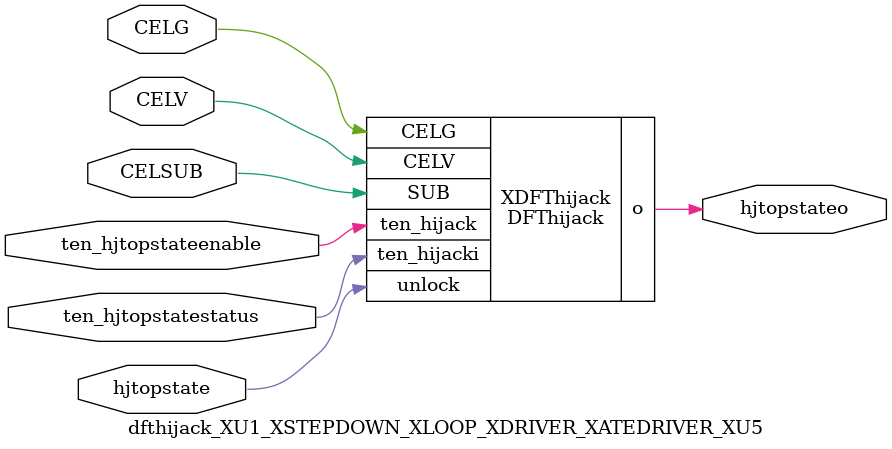
<source format=v>


module DFThijack ( o, CELG, CELV, SUB, ten_hijack, ten_hijacki, unlock );

  input CELV;
  input ten_hijack;
  input ten_hijacki;
  input unlock;
  output o;
  input SUB;
  input CELG;
endmodule


module dfthijack_XU1_XSTEPDOWN_XLOOP_XDRIVER_XATEDRIVER_XU5 (hjtopstateo,CELG,CELV,CELSUB,ten_hjtopstateenable,ten_hjtopstatestatus,hjtopstate);
output  hjtopstateo;
input  CELG;
input  CELV;
input  CELSUB;
input  ten_hjtopstateenable;
input  ten_hjtopstatestatus;
input  hjtopstate;

DFThijack XDFThijack(
  .o (hjtopstateo),
  .CELG (CELG),
  .CELV (CELV),
  .SUB (CELSUB),
  .ten_hijack (ten_hjtopstateenable),
  .ten_hijacki (ten_hjtopstatestatus),
  .unlock (hjtopstate)
);

endmodule


</source>
